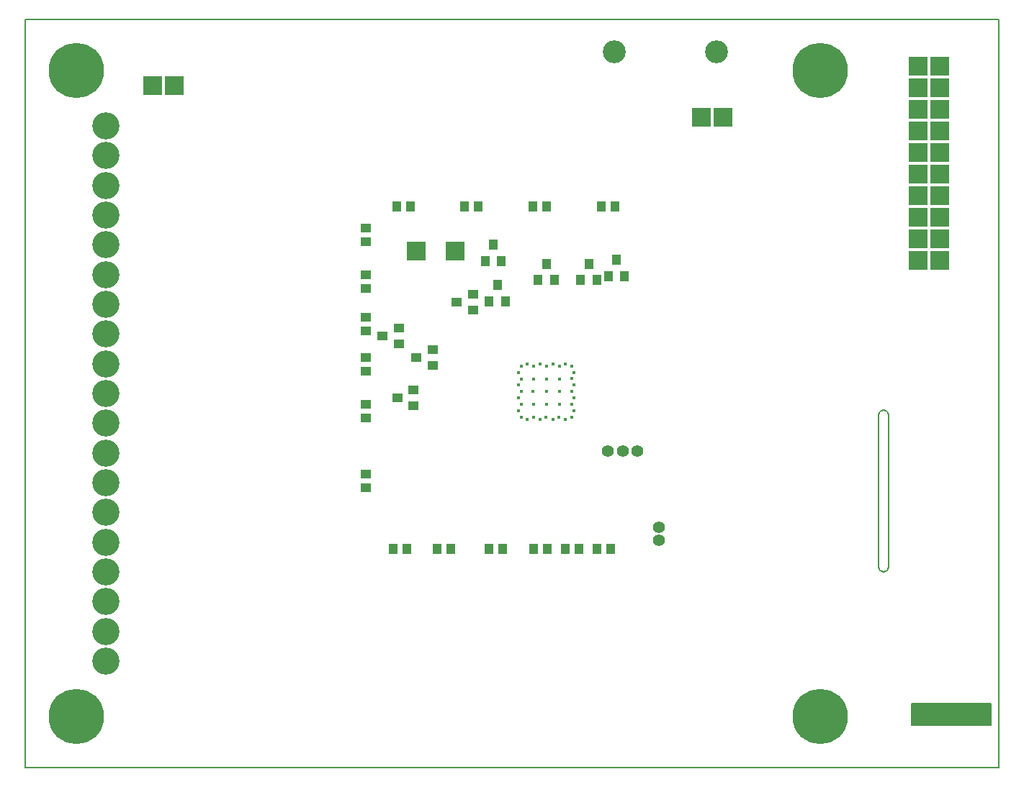
<source format=gbr>
G04 PROTEUS GERBER X2 FILE*
%TF.GenerationSoftware,Labcenter,Proteus,8.11-SP1-Build30228*%
%TF.CreationDate,2022-02-22T19:14:10+00:00*%
%TF.FileFunction,Soldermask,Bot*%
%TF.FilePolarity,Negative*%
%TF.Part,Single*%
%TF.SameCoordinates,{6c2897ae-c00c-46c9-bae6-367ef81e3b77}*%
%FSLAX45Y45*%
%MOMM*%
G01*
%TA.AperFunction,Material*%
%ADD57C,0.050800*%
%ADD58C,0.381000*%
%TA.AperFunction,Material*%
%ADD61C,6.502400*%
%TA.AperFunction,Material*%
%ADD65C,3.200400*%
%AMPPAD068*
4,1,36,
1.092200,1.016000,
1.092200,-1.016000,
1.090680,-1.031580,
1.086320,-1.045990,
1.079390,-1.058940,
1.070170,-1.070170,
1.058950,-1.079390,
1.045990,-1.086320,
1.031580,-1.090680,
1.016000,-1.092200,
-1.016000,-1.092200,
-1.031580,-1.090680,
-1.045990,-1.086320,
-1.058950,-1.079390,
-1.070170,-1.070170,
-1.079390,-1.058940,
-1.086320,-1.045990,
-1.090680,-1.031580,
-1.092200,-1.016000,
-1.092200,1.016000,
-1.090680,1.031580,
-1.086320,1.045990,
-1.079390,1.058940,
-1.070170,1.070170,
-1.058950,1.079390,
-1.045990,1.086320,
-1.031580,1.090680,
-1.016000,1.092200,
1.016000,1.092200,
1.031580,1.090680,
1.045990,1.086320,
1.058950,1.079390,
1.070170,1.070170,
1.079390,1.058940,
1.086320,1.045990,
1.090680,1.031580,
1.092200,1.016000,
0*%
%TA.AperFunction,Material*%
%ADD78PPAD068*%
%TA.AperFunction,Material*%
%ADD82C,1.422400*%
%TA.AperFunction,Material*%
%ADD83C,2.692400*%
%AMPPAD077*
4,1,36,
-1.016000,1.092200,
1.016000,1.092200,
1.031580,1.090680,
1.045990,1.086320,
1.058940,1.079390,
1.070170,1.070170,
1.079390,1.058950,
1.086320,1.045990,
1.090680,1.031580,
1.092200,1.016000,
1.092200,-1.016000,
1.090680,-1.031580,
1.086320,-1.045990,
1.079390,-1.058950,
1.070170,-1.070170,
1.058940,-1.079390,
1.045990,-1.086320,
1.031580,-1.090680,
1.016000,-1.092200,
-1.016000,-1.092200,
-1.031580,-1.090680,
-1.045990,-1.086320,
-1.058940,-1.079390,
-1.070170,-1.070170,
-1.079390,-1.058950,
-1.086320,-1.045990,
-1.090680,-1.031580,
-1.092200,-1.016000,
-1.092200,1.016000,
-1.090680,1.031580,
-1.086320,1.045990,
-1.079390,1.058950,
-1.070170,1.070170,
-1.058940,1.079390,
-1.045990,1.086320,
-1.031580,1.090680,
-1.016000,1.092200,
0*%
%TA.AperFunction,Material*%
%ADD87PPAD077*%
%AMPPAD083*
4,1,36,
-0.444500,-0.584200,
0.444500,-0.584200,
0.460080,-0.582680,
0.474490,-0.578320,
0.487440,-0.571390,
0.498670,-0.562170,
0.507890,-0.550950,
0.514820,-0.537990,
0.519180,-0.523580,
0.520700,-0.508000,
0.520700,0.508000,
0.519180,0.523580,
0.514820,0.537990,
0.507890,0.550950,
0.498670,0.562170,
0.487440,0.571390,
0.474490,0.578320,
0.460080,0.582680,
0.444500,0.584200,
-0.444500,0.584200,
-0.460080,0.582680,
-0.474490,0.578320,
-0.487440,0.571390,
-0.498670,0.562170,
-0.507890,0.550950,
-0.514820,0.537990,
-0.519180,0.523580,
-0.520700,0.508000,
-0.520700,-0.508000,
-0.519180,-0.523580,
-0.514820,-0.537990,
-0.507890,-0.550950,
-0.498670,-0.562170,
-0.487440,-0.571390,
-0.474490,-0.578320,
-0.460080,-0.582680,
-0.444500,-0.584200,
0*%
%TA.AperFunction,Material*%
%ADD93PPAD083*%
%AMPPAD084*
4,1,36,
0.584200,-0.444500,
0.584200,0.444500,
0.582680,0.460080,
0.578320,0.474490,
0.571390,0.487440,
0.562170,0.498670,
0.550950,0.507890,
0.537990,0.514820,
0.523580,0.519180,
0.508000,0.520700,
-0.508000,0.520700,
-0.523580,0.519180,
-0.537990,0.514820,
-0.550950,0.507890,
-0.562170,0.498670,
-0.571390,0.487440,
-0.578320,0.474490,
-0.582680,0.460080,
-0.584200,0.444500,
-0.584200,-0.444500,
-0.582680,-0.460080,
-0.578320,-0.474490,
-0.571390,-0.487440,
-0.562170,-0.498670,
-0.550950,-0.507890,
-0.537990,-0.514820,
-0.523580,-0.519180,
-0.508000,-0.520700,
0.508000,-0.520700,
0.523580,-0.519180,
0.537990,-0.514820,
0.550950,-0.507890,
0.562170,-0.498670,
0.571390,-0.487440,
0.578320,-0.474490,
0.582680,-0.460080,
0.584200,-0.444500,
0*%
%ADD94PPAD084*%
%AMPPAD085*
4,1,36,
1.130300,-1.054100,
1.130300,1.054100,
1.128780,1.069680,
1.124420,1.084090,
1.117490,1.097040,
1.108270,1.108270,
1.097050,1.117490,
1.084090,1.124420,
1.069680,1.128780,
1.054100,1.130300,
-1.054100,1.130300,
-1.069680,1.128780,
-1.084090,1.124420,
-1.097050,1.117490,
-1.108270,1.108270,
-1.117490,1.097040,
-1.124420,1.084090,
-1.128780,1.069680,
-1.130300,1.054100,
-1.130300,-1.054100,
-1.128780,-1.069680,
-1.124420,-1.084090,
-1.117490,-1.097040,
-1.108270,-1.108270,
-1.097050,-1.117490,
-1.084090,-1.124420,
-1.069680,-1.128780,
-1.054100,-1.130300,
1.054100,-1.130300,
1.069680,-1.128780,
1.084090,-1.124420,
1.097050,-1.117490,
1.108270,-1.108270,
1.117490,-1.097040,
1.124420,-1.084090,
1.128780,-1.069680,
1.130300,-1.054100,
0*%
%TA.AperFunction,Material*%
%ADD95PPAD085*%
%AMPPAD086*
4,1,36,
0.469900,0.571500,
-0.469900,0.571500,
-0.485480,0.569980,
-0.499890,0.565620,
-0.512840,0.558690,
-0.524070,0.549470,
-0.533290,0.538250,
-0.540220,0.525290,
-0.544580,0.510880,
-0.546100,0.495300,
-0.546100,-0.495300,
-0.544580,-0.510880,
-0.540220,-0.525290,
-0.533290,-0.538250,
-0.524070,-0.549470,
-0.512840,-0.558690,
-0.499890,-0.565620,
-0.485480,-0.569980,
-0.469900,-0.571500,
0.469900,-0.571500,
0.485480,-0.569980,
0.499890,-0.565620,
0.512840,-0.558690,
0.524070,-0.549470,
0.533290,-0.538250,
0.540220,-0.525290,
0.544580,-0.510880,
0.546100,-0.495300,
0.546100,0.495300,
0.544580,0.510880,
0.540220,0.525290,
0.533290,0.538250,
0.524070,0.549470,
0.512840,0.558690,
0.499890,0.565620,
0.485480,0.569980,
0.469900,0.571500,
0*%
%ADD96PPAD086*%
%AMPPAD087*
4,1,36,
-0.571500,0.469900,
-0.571500,-0.469900,
-0.569980,-0.485480,
-0.565620,-0.499890,
-0.558690,-0.512840,
-0.549470,-0.524070,
-0.538250,-0.533290,
-0.525290,-0.540220,
-0.510880,-0.544580,
-0.495300,-0.546100,
0.495300,-0.546100,
0.510880,-0.544580,
0.525290,-0.540220,
0.538250,-0.533290,
0.549470,-0.524070,
0.558690,-0.512840,
0.565620,-0.499890,
0.569980,-0.485480,
0.571500,-0.469900,
0.571500,0.469900,
0.569980,0.485480,
0.565620,0.499890,
0.558690,0.512840,
0.549470,0.524070,
0.538250,0.533290,
0.525290,0.540220,
0.510880,0.544580,
0.495300,0.546100,
-0.495300,0.546100,
-0.510880,0.544580,
-0.525290,0.540220,
-0.538250,0.533290,
-0.549470,0.524070,
-0.558690,0.512840,
-0.565620,0.499890,
-0.569980,0.485480,
-0.571500,0.469900,
0*%
%ADD97PPAD087*%
%ADD51C,0.203200*%
%TA.AperFunction,Profile*%
%ADD47C,0.203200*%
%TD.AperFunction*%
G36*
X+5975000Y-1150000D02*
X+5975000Y-900000D01*
X+6900000Y-900000D01*
X+6900000Y-1150000D01*
X+5975000Y-1150000D01*
G37*
D57*
X+2875000Y+2950000D03*
X+2825000Y+2875000D03*
X+2825000Y+2575000D03*
X+2825000Y+2725000D03*
X+2875000Y+2800000D03*
X+2875000Y+2650000D03*
X+2875000Y+2500000D03*
X+2350000Y+1819165D03*
X+2350000Y+1780835D03*
X+2450000Y+1800000D03*
X+2825000Y+2325000D03*
X+2825000Y+2280835D03*
X+2925000Y+2300000D03*
X+3025673Y+2324327D03*
X+3025000Y+2275000D03*
X+4013449Y+2075000D03*
X+4013449Y+2225000D03*
X+4213449Y+2150000D03*
X+4138449Y+2075000D03*
X+4138449Y+2225000D03*
X+4010040Y+975000D03*
X+4010040Y+1125000D03*
X+4135040Y+1125000D03*
X+4135040Y+975000D03*
X+4210040Y+1050000D03*
X+2225000Y+2800000D03*
X+2475000Y+2875000D03*
X+2225000Y+3050000D03*
X+2225000Y+3150000D03*
X+2550000Y+1800000D03*
X+1150000Y+1875000D03*
X+875000Y+1475000D03*
X+725000Y+1475000D03*
X+1225000Y+1950000D03*
X+625000Y+2200000D03*
X+650000Y+1975000D03*
X+550000Y+2125000D03*
X+525000Y+1975000D03*
X+525000Y+2775000D03*
X-1350000Y+3600000D03*
X-300000Y+3200000D03*
X+675000Y+3175000D03*
X+450000Y+3275000D03*
X+750000Y+3100000D03*
X+450000Y+3400000D03*
X+1050000Y+3625000D03*
X+900000Y+3775000D03*
X+1250000Y+3725000D03*
X+1175000Y+3925000D03*
X+1325000Y+3650000D03*
X+1000000Y+3925000D03*
X+1725000Y+3875000D03*
X+2400000Y+3350000D03*
X+2550000Y+3450000D03*
X+2250000Y+4175000D03*
X+2025000Y+3925000D03*
X+2250000Y+3900000D03*
X+2425000Y+4050000D03*
X+2175000Y+3825000D03*
X+2025000Y+3825000D03*
X+1150000Y+1475000D03*
X+1350000Y+1725000D03*
X+1425000Y+1800000D03*
X+1050000Y+1475000D03*
X+1775000Y+1475000D03*
X+1775000Y+1675000D03*
X+1750000Y+2225000D03*
X+1950000Y+1475000D03*
X+1575000Y+1975000D03*
X+1350000Y+1475000D03*
X+1550000Y+2225000D03*
X+1450000Y+1475000D03*
X-375000Y-275000D03*
X-375000Y+750000D03*
X+1225000Y-275000D03*
X+1550000Y+400000D03*
X+2025000Y-300000D03*
X+2025000Y+400000D03*
X+1900000Y+2225000D03*
X+2275000Y+1475000D03*
X+850000Y+4800000D03*
X+0Y+5500000D03*
X-1350000Y+400000D03*
X-650000Y+1050000D03*
X-1350000Y+1200000D03*
X-650000Y+1200000D03*
X-1350000Y+2800000D03*
X-300000Y+2900102D03*
X-1350000Y+5200000D03*
X-625000Y+4000000D03*
X-1350000Y+4400000D03*
X-625000Y+3875000D03*
X+2800000Y+5525000D03*
X+2575000Y+3950000D03*
X+375000Y+3850000D03*
X+900000Y+3650000D03*
X+1000000Y+4225000D03*
X+1525000Y+3800000D03*
X+1450000Y+3875000D03*
X+1100000Y+4225000D03*
X+1700000Y+3950000D03*
X+1750000Y+4175000D03*
X+825000Y+5500000D03*
X+950000Y+4800000D03*
X+2675000Y+1975000D03*
X+2225000Y+2900000D03*
D58*
X+1675000Y+2922320D03*
X+1827400Y+2922320D03*
X+1827400Y+2772460D03*
X+1827400Y+2620060D03*
X+1675000Y+2620060D03*
X+1522600Y+2620060D03*
X+1520060Y+2775000D03*
X+1675000Y+2775000D03*
X+1380360Y+2775000D03*
X+1380360Y+2620060D03*
X+1380360Y+2472740D03*
X+1522600Y+2472740D03*
X+1672460Y+2472740D03*
X+1824860Y+2472740D03*
X+1972180Y+2472740D03*
X+1972180Y+2620060D03*
X+1972180Y+2775000D03*
X+1972180Y+2924860D03*
X+1380360Y+2922320D03*
X+1525140Y+2922320D03*
X+1675000Y+3074720D03*
X+1827400Y+3074720D03*
X+1972180Y+3074720D03*
X+1525140Y+3074720D03*
X+1901060Y+2447340D03*
X+1751200Y+2447340D03*
X+1598800Y+2447340D03*
X+1448940Y+2447340D03*
X+1349880Y+2548940D03*
X+1349880Y+2696260D03*
X+1349880Y+2851200D03*
X+1349880Y+2998520D03*
X+1380360Y+3074720D03*
X+1451480Y+3100120D03*
X+1601340Y+3100120D03*
X+1751200Y+3100120D03*
X+1901060Y+3100120D03*
X+2002660Y+2998520D03*
X+2002660Y+2848660D03*
X+2002660Y+2696260D03*
X+2002660Y+2548940D03*
D57*
X-2650000Y-75000D03*
X-2875000Y-750000D03*
X-2950000Y-675000D03*
X-2775000Y+50000D03*
X-3075000Y-550000D03*
X-2750000Y-875000D03*
X+2875000Y+3200000D03*
X+5400000Y+4150000D03*
X+5400000Y+6475000D03*
X+2950000Y+4400000D03*
X+5400000Y+6225000D03*
X+2950000Y+4250000D03*
X+5400000Y+5975000D03*
X+2950000Y+4100000D03*
X+5400000Y+5725000D03*
X+2950000Y+3950000D03*
X+5400000Y+5475000D03*
X+2950000Y+3800000D03*
X+5400000Y+5200000D03*
X+2950000Y+3650000D03*
X+5400000Y+4925000D03*
X+2950000Y+3500000D03*
X+5400000Y+4675000D03*
X+2950000Y+3350000D03*
X+5400000Y+4425000D03*
X+2950000Y+3275000D03*
X+4600000Y+4500000D03*
X+3210000Y+3425000D03*
X+3210000Y+3575000D03*
X+3210000Y+3725000D03*
X+3210000Y+4025000D03*
X+3210000Y+3875000D03*
X+3210000Y+4175000D03*
X+3210000Y+4475000D03*
X+3210000Y+4325000D03*
X+3210000Y+3275000D03*
X+3210000Y+3125000D03*
X+2575000Y+2650000D03*
X+5601600Y+4058800D03*
X+2575000Y+2500000D03*
X+4350000Y+3950000D03*
X+3350000Y+4100000D03*
X+3425000Y+3950000D03*
X+1675024Y+4608924D03*
X+175000Y+4100000D03*
X+1125000Y+3500000D03*
X+900000Y+3875000D03*
X+650000Y+3000000D03*
X+50000Y+3350000D03*
X+550000Y+3000000D03*
X+25000Y+3500000D03*
X+175000Y+3325000D03*
X+450000Y+2725000D03*
X+200000Y+2775000D03*
X+625000Y+2575000D03*
X+550000Y+2500000D03*
X+200000Y+2500000D03*
X+200000Y+2375000D03*
X-25000Y+2375000D03*
X-1350000Y+2000000D03*
X-650000Y+2075000D03*
X+1050000Y+1975000D03*
X+425000Y-275000D03*
X+850000Y+400000D03*
X+1250000Y+1250000D03*
X+1275000Y+1500000D03*
X+1150000Y+1225000D03*
X+1925000Y+1675000D03*
X+2100000Y+1475000D03*
X+2300000Y+1575000D03*
X+4825000Y+4125000D03*
X+3325000Y+3125000D03*
X+1600000Y+5500000D03*
X+1600000Y+4825000D03*
X+2250000Y+4675000D03*
X+2125000Y+4175000D03*
X+1625000Y+4175000D03*
X+2550000Y+4050000D03*
X+200000Y+2650000D03*
X+2150000Y+925000D03*
X+1800000Y+925000D03*
X+1350000Y+925000D03*
X+700000Y+925000D03*
X-450000Y+1000000D03*
X-450000Y+2225000D03*
X-450000Y+2800000D03*
X-350000Y+3500000D03*
X-450000Y+3775000D03*
X-450000Y+4350000D03*
X+575000Y+4900000D03*
X+2000000Y+4900000D03*
X+2800000Y+4900000D03*
X+1325000Y+4900000D03*
X+2400000Y+5525000D03*
X+2250000Y+4850000D03*
X-275000Y+4900000D03*
X+200000Y+925000D03*
X+2475000Y+2575000D03*
X+2275000Y+2075000D03*
X+2225000Y+2600000D03*
D61*
X-3850000Y-1050000D03*
X-3850000Y+6550000D03*
X+4900000Y+6550000D03*
X+4900000Y-1050000D03*
D65*
X-3500000Y-400000D03*
X-3500000Y-50000D03*
X-3500000Y+300000D03*
X-3500000Y+650000D03*
X-3500000Y+1000000D03*
X-3500000Y+1350000D03*
X-3500000Y+1700000D03*
X-3500000Y+2050000D03*
X-3500000Y+2400000D03*
X-3500000Y+2750000D03*
X-3500000Y+3100000D03*
X-3500000Y+3450000D03*
X-3500000Y+3800000D03*
X-3500000Y+4150000D03*
X-3500000Y+4500000D03*
X-3500000Y+4850000D03*
X-3500000Y+5200000D03*
X-3500000Y+5550000D03*
X-3500000Y+5900000D03*
D78*
X+6050000Y+6600000D03*
X+6050000Y+6346000D03*
X+6050000Y+6092000D03*
X+6050000Y+5838000D03*
X+6050000Y+5584000D03*
X+6050000Y+5330000D03*
X+6050000Y+5076000D03*
X+6050000Y+4822000D03*
X+6050000Y+4568000D03*
X+6050000Y+4314000D03*
X+6304000Y+4314000D03*
X+6304000Y+4568000D03*
X+6304000Y+4822000D03*
X+6304000Y+5076000D03*
X+6304000Y+5330000D03*
X+6304000Y+5584000D03*
X+6304000Y+5838000D03*
X+6304000Y+6092000D03*
X+6304000Y+6346000D03*
X+6304000Y+6600000D03*
D82*
X+2400000Y+2075000D03*
X+2750000Y+2075000D03*
X+2575000Y+2075000D03*
X+3000000Y+1025000D03*
X+3000000Y+1175000D03*
D83*
X+3675000Y+6775000D03*
D87*
X+3500000Y+6000000D03*
X+3754000Y+6000000D03*
D83*
X+2475000Y+6775000D03*
D87*
X-2950000Y+6375000D03*
X-2696000Y+6375000D03*
D93*
X+2175000Y+4275000D03*
X+2268980Y+4084500D03*
X+2081020Y+4084500D03*
X+2500000Y+4325000D03*
X+2593980Y+4134500D03*
X+2406020Y+4134500D03*
X+1675000Y+4275000D03*
X+1768980Y+4084500D03*
X+1581020Y+4084500D03*
X+1050000Y+4500000D03*
X+1143980Y+4309500D03*
X+956020Y+4309500D03*
X+1100000Y+4025000D03*
X+1193980Y+3834500D03*
X+1006020Y+3834500D03*
D94*
X+625000Y+3825000D03*
X+815500Y+3918980D03*
X+815500Y+3731020D03*
X+150000Y+3175000D03*
X+340500Y+3268980D03*
X+340500Y+3081020D03*
X-250000Y+3425000D03*
X-59500Y+3518980D03*
X-59500Y+3331020D03*
X-75000Y+2700000D03*
X+115500Y+2793980D03*
X+115500Y+2606020D03*
D95*
X+150000Y+4425000D03*
X+600000Y+4425000D03*
D96*
X+2485000Y+4950000D03*
X+2325000Y+4950000D03*
X+1675000Y+4950000D03*
X+1515000Y+4950000D03*
X+875000Y+4950000D03*
X+715000Y+4950000D03*
X+75000Y+4950000D03*
X-85000Y+4950000D03*
D97*
X-450000Y+4700000D03*
X-450000Y+4540000D03*
X-450000Y+4150000D03*
X-450000Y+3990000D03*
X-450000Y+3650000D03*
X-450000Y+3490000D03*
X-450000Y+3175000D03*
X-450000Y+3015000D03*
X-450000Y+2625000D03*
X-450000Y+2465000D03*
X-450000Y+1800000D03*
X-450000Y+1640000D03*
D96*
X-125000Y+925000D03*
X+35000Y+925000D03*
X+390000Y+925000D03*
X+550000Y+925000D03*
X+1000000Y+925000D03*
X+1160000Y+925000D03*
X+1525000Y+925000D03*
X+1685000Y+925000D03*
X+1900000Y+925000D03*
X+2060000Y+925000D03*
X+2275000Y+925000D03*
X+2435000Y+925000D03*
D51*
X+5975000Y-1150000D02*
X+6900000Y-1150000D01*
X+6900000Y-900000D01*
X+5975000Y-900000D01*
X+5975000Y-1150000D01*
D47*
X-4450000Y-1650000D02*
X+7000000Y-1650000D01*
X+7000000Y+7150000D01*
X-4450000Y+7150000D01*
X-4450000Y-1650000D01*
X+5641340Y+2554820D02*
X+5663332Y+2550509D01*
X+5681067Y+2538667D01*
X+5692909Y+2520932D01*
X+5697220Y+2498940D01*
X+5641340Y+2554820D02*
X+5619348Y+2550509D01*
X+5601613Y+2538667D01*
X+5589771Y+2520932D01*
X+5585460Y+2498940D01*
X+5641340Y+652360D02*
X+5619348Y+656671D01*
X+5601613Y+668513D01*
X+5589771Y+686248D01*
X+5585460Y+708240D01*
X+5641340Y+652360D02*
X+5663332Y+656671D01*
X+5681067Y+668513D01*
X+5692909Y+686248D01*
X+5697220Y+708240D01*
X+5585460Y+705700D02*
X+5585460Y+2498940D01*
X+5697220Y+2498940D02*
X+5697220Y+708240D01*
M02*

</source>
